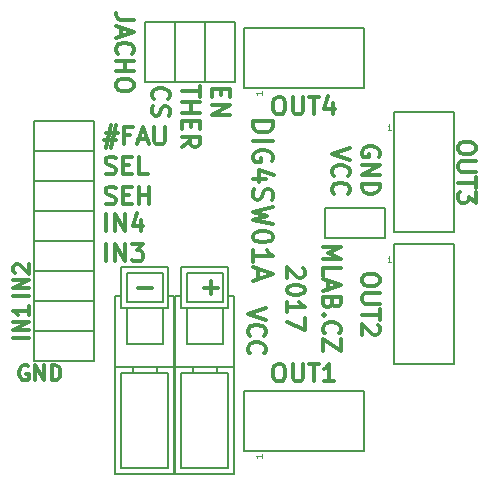
<source format=gbr>
G04 #@! TF.GenerationSoftware,KiCad,Pcbnew,(2017-02-05 revision 431abcf)-makepkg*
G04 #@! TF.CreationDate,2017-06-05T07:30:28+02:00*
G04 #@! TF.ProjectId,DIG4SW01A,4449473453573031412E6B696361645F,rev?*
G04 #@! TF.FileFunction,Legend,Top*
G04 #@! TF.FilePolarity,Positive*
%FSLAX46Y46*%
G04 Gerber Fmt 4.6, Leading zero omitted, Abs format (unit mm)*
G04 Created by KiCad (PCBNEW (2017-02-05 revision 431abcf)-makepkg) date 06/05/17 07:30:28*
%MOMM*%
%LPD*%
G01*
G04 APERTURE LIST*
%ADD10C,1.300000*%
%ADD11C,0.300000*%
%ADD12C,0.150000*%
%ADD13C,0.050000*%
G04 APERTURE END LIST*
D10*
D11*
X2112095Y11908000D02*
X812095Y11908000D01*
X2112095Y12527047D02*
X812095Y12527047D01*
X2112095Y13269904D01*
X812095Y13269904D01*
X2112095Y14569904D02*
X2112095Y13827047D01*
X2112095Y14198476D02*
X812095Y14198476D01*
X997809Y14074666D01*
X1121619Y13950857D01*
X1183523Y13827047D01*
X22157428Y14446000D02*
X20657428Y13946000D01*
X22157428Y13446000D01*
X20800285Y12088857D02*
X20728857Y12160285D01*
X20657428Y12374571D01*
X20657428Y12517428D01*
X20728857Y12731714D01*
X20871714Y12874571D01*
X21014571Y12946000D01*
X21300285Y13017428D01*
X21514571Y13017428D01*
X21800285Y12946000D01*
X21943142Y12874571D01*
X22086000Y12731714D01*
X22157428Y12517428D01*
X22157428Y12374571D01*
X22086000Y12160285D01*
X22014571Y12088857D01*
X20800285Y10588857D02*
X20728857Y10660285D01*
X20657428Y10874571D01*
X20657428Y11017428D01*
X20728857Y11231714D01*
X20871714Y11374571D01*
X21014571Y11446000D01*
X21300285Y11517428D01*
X21514571Y11517428D01*
X21800285Y11446000D01*
X21943142Y11374571D01*
X22086000Y11231714D01*
X22157428Y11017428D01*
X22157428Y10874571D01*
X22086000Y10660285D01*
X22014571Y10588857D01*
X10981428Y38818000D02*
X9910000Y38818000D01*
X9695714Y38889428D01*
X9552857Y39032285D01*
X9481428Y39246571D01*
X9481428Y39389428D01*
X9910000Y38175142D02*
X9910000Y37460857D01*
X9481428Y38318000D02*
X10981428Y37818000D01*
X9481428Y37318000D01*
X9624285Y35960857D02*
X9552857Y36032285D01*
X9481428Y36246571D01*
X9481428Y36389428D01*
X9552857Y36603714D01*
X9695714Y36746571D01*
X9838571Y36818000D01*
X10124285Y36889428D01*
X10338571Y36889428D01*
X10624285Y36818000D01*
X10767142Y36746571D01*
X10910000Y36603714D01*
X10981428Y36389428D01*
X10981428Y36246571D01*
X10910000Y36032285D01*
X10838571Y35960857D01*
X9481428Y35318000D02*
X10981428Y35318000D01*
X10267142Y35318000D02*
X10267142Y34460857D01*
X9481428Y34460857D02*
X10981428Y34460857D01*
X10981428Y33460857D02*
X10981428Y33175142D01*
X10910000Y33032285D01*
X10767142Y32889428D01*
X10481428Y32818000D01*
X9981428Y32818000D01*
X9695714Y32889428D01*
X9552857Y33032285D01*
X9481428Y33175142D01*
X9481428Y33460857D01*
X9552857Y33603714D01*
X9695714Y33746571D01*
X9981428Y33818000D01*
X10481428Y33818000D01*
X10767142Y33746571D01*
X10910000Y33603714D01*
X10981428Y33460857D01*
X25316571Y17811428D02*
X25388000Y17740000D01*
X25459428Y17597142D01*
X25459428Y17240000D01*
X25388000Y17097142D01*
X25316571Y17025714D01*
X25173714Y16954285D01*
X25030857Y16954285D01*
X24816571Y17025714D01*
X23959428Y17882857D01*
X23959428Y16954285D01*
X25459428Y16025714D02*
X25459428Y15882857D01*
X25388000Y15740000D01*
X25316571Y15668571D01*
X25173714Y15597142D01*
X24888000Y15525714D01*
X24530857Y15525714D01*
X24245142Y15597142D01*
X24102285Y15668571D01*
X24030857Y15740000D01*
X23959428Y15882857D01*
X23959428Y16025714D01*
X24030857Y16168571D01*
X24102285Y16240000D01*
X24245142Y16311428D01*
X24530857Y16382857D01*
X24888000Y16382857D01*
X25173714Y16311428D01*
X25316571Y16240000D01*
X25388000Y16168571D01*
X25459428Y16025714D01*
X23959428Y14097142D02*
X23959428Y14954285D01*
X23959428Y14525714D02*
X25459428Y14525714D01*
X25245142Y14668571D01*
X25102285Y14811428D01*
X25030857Y14954285D01*
X25459428Y13597142D02*
X25459428Y12597142D01*
X23959428Y13240000D01*
X27007428Y19561428D02*
X28507428Y19561428D01*
X27436000Y19061428D01*
X28507428Y18561428D01*
X27007428Y18561428D01*
X27007428Y17132857D02*
X27007428Y17847142D01*
X28507428Y17847142D01*
X27436000Y16704285D02*
X27436000Y15990000D01*
X27007428Y16847142D02*
X28507428Y16347142D01*
X27007428Y15847142D01*
X27793142Y14847142D02*
X27721714Y14632857D01*
X27650285Y14561428D01*
X27507428Y14490000D01*
X27293142Y14490000D01*
X27150285Y14561428D01*
X27078857Y14632857D01*
X27007428Y14775714D01*
X27007428Y15347142D01*
X28507428Y15347142D01*
X28507428Y14847142D01*
X28436000Y14704285D01*
X28364571Y14632857D01*
X28221714Y14561428D01*
X28078857Y14561428D01*
X27936000Y14632857D01*
X27864571Y14704285D01*
X27793142Y14847142D01*
X27793142Y15347142D01*
X27150285Y13847142D02*
X27078857Y13775714D01*
X27007428Y13847142D01*
X27078857Y13918571D01*
X27150285Y13847142D01*
X27007428Y13847142D01*
X27150285Y12275714D02*
X27078857Y12347142D01*
X27007428Y12561428D01*
X27007428Y12704285D01*
X27078857Y12918571D01*
X27221714Y13061428D01*
X27364571Y13132857D01*
X27650285Y13204285D01*
X27864571Y13204285D01*
X28150285Y13132857D01*
X28293142Y13061428D01*
X28436000Y12918571D01*
X28507428Y12704285D01*
X28507428Y12561428D01*
X28436000Y12347142D01*
X28364571Y12275714D01*
X28507428Y11775714D02*
X28507428Y10775714D01*
X27007428Y11775714D01*
X27007428Y10775714D01*
X21074952Y30260095D02*
X22774952Y30260095D01*
X22774952Y29855333D01*
X22694000Y29612476D01*
X22532095Y29450571D01*
X22370190Y29369619D01*
X22046380Y29288666D01*
X21803523Y29288666D01*
X21479714Y29369619D01*
X21317809Y29450571D01*
X21155904Y29612476D01*
X21074952Y29855333D01*
X21074952Y30260095D01*
X21074952Y28560095D02*
X22774952Y28560095D01*
X22694000Y26860095D02*
X22774952Y27022000D01*
X22774952Y27264857D01*
X22694000Y27507714D01*
X22532095Y27669619D01*
X22370190Y27750571D01*
X22046380Y27831523D01*
X21803523Y27831523D01*
X21479714Y27750571D01*
X21317809Y27669619D01*
X21155904Y27507714D01*
X21074952Y27264857D01*
X21074952Y27102952D01*
X21155904Y26860095D01*
X21236857Y26779142D01*
X21803523Y26779142D01*
X21803523Y27102952D01*
X22208285Y25322000D02*
X21074952Y25322000D01*
X22855904Y25726761D02*
X21641619Y26131523D01*
X21641619Y25079142D01*
X21155904Y24512476D02*
X21074952Y24269619D01*
X21074952Y23864857D01*
X21155904Y23702952D01*
X21236857Y23622000D01*
X21398761Y23541047D01*
X21560666Y23541047D01*
X21722571Y23622000D01*
X21803523Y23702952D01*
X21884476Y23864857D01*
X21965428Y24188666D01*
X22046380Y24350571D01*
X22127333Y24431523D01*
X22289238Y24512476D01*
X22451142Y24512476D01*
X22613047Y24431523D01*
X22694000Y24350571D01*
X22774952Y24188666D01*
X22774952Y23783904D01*
X22694000Y23541047D01*
X22774952Y22974380D02*
X21074952Y22569619D01*
X22289238Y22245809D01*
X21074952Y21922000D01*
X22774952Y21517238D01*
X22774952Y20545809D02*
X22774952Y20383904D01*
X22694000Y20222000D01*
X22613047Y20141047D01*
X22451142Y20060095D01*
X22127333Y19979142D01*
X21722571Y19979142D01*
X21398761Y20060095D01*
X21236857Y20141047D01*
X21155904Y20222000D01*
X21074952Y20383904D01*
X21074952Y20545809D01*
X21155904Y20707714D01*
X21236857Y20788666D01*
X21398761Y20869619D01*
X21722571Y20950571D01*
X22127333Y20950571D01*
X22451142Y20869619D01*
X22613047Y20788666D01*
X22694000Y20707714D01*
X22774952Y20545809D01*
X21074952Y18360095D02*
X21074952Y19331523D01*
X21074952Y18845809D02*
X22774952Y18845809D01*
X22532095Y19007714D01*
X22370190Y19169619D01*
X22289238Y19331523D01*
X21560666Y17712476D02*
X21560666Y16902952D01*
X21074952Y17874380D02*
X22774952Y17307714D01*
X21074952Y16741047D01*
X18395142Y32975857D02*
X18395142Y32475857D01*
X17609428Y32261571D02*
X17609428Y32975857D01*
X19109428Y32975857D01*
X19109428Y32261571D01*
X17609428Y31618714D02*
X19109428Y31618714D01*
X17609428Y30761571D01*
X19109428Y30761571D01*
X16569428Y33190142D02*
X16569428Y32333000D01*
X15069428Y32761571D02*
X16569428Y32761571D01*
X15069428Y31833000D02*
X16569428Y31833000D01*
X15855142Y31833000D02*
X15855142Y30975857D01*
X15069428Y30975857D02*
X16569428Y30975857D01*
X15855142Y30261571D02*
X15855142Y29761571D01*
X15069428Y29547285D02*
X15069428Y30261571D01*
X16569428Y30261571D01*
X16569428Y29547285D01*
X15069428Y28047285D02*
X15783714Y28547285D01*
X15069428Y28904428D02*
X16569428Y28904428D01*
X16569428Y28333000D01*
X16498000Y28190142D01*
X16426571Y28118714D01*
X16283714Y28047285D01*
X16069428Y28047285D01*
X15926571Y28118714D01*
X15855142Y28190142D01*
X15783714Y28333000D01*
X15783714Y28904428D01*
X12672285Y32118714D02*
X12600857Y32190142D01*
X12529428Y32404428D01*
X12529428Y32547285D01*
X12600857Y32761571D01*
X12743714Y32904428D01*
X12886571Y32975857D01*
X13172285Y33047285D01*
X13386571Y33047285D01*
X13672285Y32975857D01*
X13815142Y32904428D01*
X13958000Y32761571D01*
X14029428Y32547285D01*
X14029428Y32404428D01*
X13958000Y32190142D01*
X13886571Y32118714D01*
X12600857Y31547285D02*
X12529428Y31333000D01*
X12529428Y30975857D01*
X12600857Y30833000D01*
X12672285Y30761571D01*
X12815142Y30690142D01*
X12958000Y30690142D01*
X13100857Y30761571D01*
X13172285Y30833000D01*
X13243714Y30975857D01*
X13315142Y31261571D01*
X13386571Y31404428D01*
X13458000Y31475857D01*
X13600857Y31547285D01*
X13743714Y31547285D01*
X13886571Y31475857D01*
X13958000Y31404428D01*
X14029428Y31261571D01*
X14029428Y30904428D01*
X13958000Y30690142D01*
X2112095Y15464000D02*
X812095Y15464000D01*
X2112095Y16083047D02*
X812095Y16083047D01*
X2112095Y16825904D01*
X812095Y16825904D01*
X935904Y17383047D02*
X874000Y17444952D01*
X812095Y17568761D01*
X812095Y17878285D01*
X874000Y18002095D01*
X935904Y18064000D01*
X1059714Y18125904D01*
X1183523Y18125904D01*
X1369238Y18064000D01*
X2112095Y17321142D01*
X2112095Y18125904D01*
X2057523Y9540000D02*
X1933714Y9601904D01*
X1748000Y9601904D01*
X1562285Y9540000D01*
X1438476Y9416190D01*
X1376571Y9292380D01*
X1314666Y9044761D01*
X1314666Y8859047D01*
X1376571Y8611428D01*
X1438476Y8487619D01*
X1562285Y8363809D01*
X1748000Y8301904D01*
X1871809Y8301904D01*
X2057523Y8363809D01*
X2119428Y8425714D01*
X2119428Y8859047D01*
X1871809Y8859047D01*
X2676571Y8301904D02*
X2676571Y9601904D01*
X3419428Y8301904D01*
X3419428Y9601904D01*
X4038476Y8301904D02*
X4038476Y9601904D01*
X4348000Y9601904D01*
X4533714Y9540000D01*
X4657523Y9416190D01*
X4719428Y9292380D01*
X4781333Y9044761D01*
X4781333Y8859047D01*
X4719428Y8611428D01*
X4657523Y8487619D01*
X4533714Y8363809D01*
X4348000Y8301904D01*
X4038476Y8301904D01*
X8680142Y18371428D02*
X8680142Y19871428D01*
X9394428Y18371428D02*
X9394428Y19871428D01*
X10251571Y18371428D01*
X10251571Y19871428D01*
X10823000Y19871428D02*
X11751571Y19871428D01*
X11251571Y19300000D01*
X11465857Y19300000D01*
X11608714Y19228571D01*
X11680142Y19157142D01*
X11751571Y19014285D01*
X11751571Y18657142D01*
X11680142Y18514285D01*
X11608714Y18442857D01*
X11465857Y18371428D01*
X11037285Y18371428D01*
X10894428Y18442857D01*
X10823000Y18514285D01*
X8680142Y20911428D02*
X8680142Y22411428D01*
X9394428Y20911428D02*
X9394428Y22411428D01*
X10251571Y20911428D01*
X10251571Y22411428D01*
X11608714Y21911428D02*
X11608714Y20911428D01*
X11251571Y22482857D02*
X10894428Y21411428D01*
X11823000Y21411428D01*
X8608714Y23268857D02*
X8823000Y23197428D01*
X9180142Y23197428D01*
X9323000Y23268857D01*
X9394428Y23340285D01*
X9465857Y23483142D01*
X9465857Y23626000D01*
X9394428Y23768857D01*
X9323000Y23840285D01*
X9180142Y23911714D01*
X8894428Y23983142D01*
X8751571Y24054571D01*
X8680142Y24126000D01*
X8608714Y24268857D01*
X8608714Y24411714D01*
X8680142Y24554571D01*
X8751571Y24626000D01*
X8894428Y24697428D01*
X9251571Y24697428D01*
X9465857Y24626000D01*
X10108714Y23983142D02*
X10608714Y23983142D01*
X10823000Y23197428D02*
X10108714Y23197428D01*
X10108714Y24697428D01*
X10823000Y24697428D01*
X11465857Y23197428D02*
X11465857Y24697428D01*
X11465857Y23983142D02*
X12323000Y23983142D01*
X12323000Y23197428D02*
X12323000Y24697428D01*
X8608714Y25808857D02*
X8823000Y25737428D01*
X9180142Y25737428D01*
X9323000Y25808857D01*
X9394428Y25880285D01*
X9465857Y26023142D01*
X9465857Y26166000D01*
X9394428Y26308857D01*
X9323000Y26380285D01*
X9180142Y26451714D01*
X8894428Y26523142D01*
X8751571Y26594571D01*
X8680142Y26666000D01*
X8608714Y26808857D01*
X8608714Y26951714D01*
X8680142Y27094571D01*
X8751571Y27166000D01*
X8894428Y27237428D01*
X9251571Y27237428D01*
X9465857Y27166000D01*
X10108714Y26523142D02*
X10608714Y26523142D01*
X10823000Y25737428D02*
X10108714Y25737428D01*
X10108714Y27237428D01*
X10823000Y27237428D01*
X12180142Y25737428D02*
X11465857Y25737428D01*
X11465857Y27237428D01*
X8608714Y29277428D02*
X9680142Y29277428D01*
X9037285Y29920285D02*
X8608714Y27991714D01*
X9537285Y28634571D02*
X8465857Y28634571D01*
X9108714Y27991714D02*
X9537285Y29920285D01*
X10680142Y29063142D02*
X10180142Y29063142D01*
X10180142Y28277428D02*
X10180142Y29777428D01*
X10894428Y29777428D01*
X11394428Y28706000D02*
X12108714Y28706000D01*
X11251571Y28277428D02*
X11751571Y29777428D01*
X12251571Y28277428D01*
X12751571Y29777428D02*
X12751571Y28563142D01*
X12823000Y28420285D01*
X12894428Y28348857D01*
X13037285Y28277428D01*
X13323000Y28277428D01*
X13465857Y28348857D01*
X13537285Y28420285D01*
X13608714Y28563142D01*
X13608714Y29777428D01*
X31738000Y27245571D02*
X31809428Y27388428D01*
X31809428Y27602714D01*
X31738000Y27817000D01*
X31595142Y27959857D01*
X31452285Y28031285D01*
X31166571Y28102714D01*
X30952285Y28102714D01*
X30666571Y28031285D01*
X30523714Y27959857D01*
X30380857Y27817000D01*
X30309428Y27602714D01*
X30309428Y27459857D01*
X30380857Y27245571D01*
X30452285Y27174142D01*
X30952285Y27174142D01*
X30952285Y27459857D01*
X30309428Y26531285D02*
X31809428Y26531285D01*
X30309428Y25674142D01*
X31809428Y25674142D01*
X30309428Y24959857D02*
X31809428Y24959857D01*
X31809428Y24602714D01*
X31738000Y24388428D01*
X31595142Y24245571D01*
X31452285Y24174142D01*
X31166571Y24102714D01*
X30952285Y24102714D01*
X30666571Y24174142D01*
X30523714Y24245571D01*
X30380857Y24388428D01*
X30309428Y24602714D01*
X30309428Y24959857D01*
X29269428Y27959857D02*
X27769428Y27459857D01*
X29269428Y26959857D01*
X27912285Y25602714D02*
X27840857Y25674142D01*
X27769428Y25888428D01*
X27769428Y26031285D01*
X27840857Y26245571D01*
X27983714Y26388428D01*
X28126571Y26459857D01*
X28412285Y26531285D01*
X28626571Y26531285D01*
X28912285Y26459857D01*
X29055142Y26388428D01*
X29198000Y26245571D01*
X29269428Y26031285D01*
X29269428Y25888428D01*
X29198000Y25674142D01*
X29126571Y25602714D01*
X27912285Y24102714D02*
X27840857Y24174142D01*
X27769428Y24388428D01*
X27769428Y24531285D01*
X27840857Y24745571D01*
X27983714Y24888428D01*
X28126571Y24959857D01*
X28412285Y25031285D01*
X28626571Y25031285D01*
X28912285Y24959857D01*
X29055142Y24888428D01*
X29198000Y24745571D01*
X29269428Y24531285D01*
X29269428Y24388428D01*
X29198000Y24174142D01*
X29126571Y24102714D01*
X23185714Y9711428D02*
X23471428Y9711428D01*
X23614285Y9640000D01*
X23757142Y9497142D01*
X23828571Y9211428D01*
X23828571Y8711428D01*
X23757142Y8425714D01*
X23614285Y8282857D01*
X23471428Y8211428D01*
X23185714Y8211428D01*
X23042857Y8282857D01*
X22900000Y8425714D01*
X22828571Y8711428D01*
X22828571Y9211428D01*
X22900000Y9497142D01*
X23042857Y9640000D01*
X23185714Y9711428D01*
X24471428Y9711428D02*
X24471428Y8497142D01*
X24542857Y8354285D01*
X24614285Y8282857D01*
X24757142Y8211428D01*
X25042857Y8211428D01*
X25185714Y8282857D01*
X25257142Y8354285D01*
X25328571Y8497142D01*
X25328571Y9711428D01*
X25828571Y9711428D02*
X26685714Y9711428D01*
X26257142Y8211428D02*
X26257142Y9711428D01*
X27971428Y8211428D02*
X27114285Y8211428D01*
X27542857Y8211428D02*
X27542857Y9711428D01*
X27400000Y9497142D01*
X27257142Y9354285D01*
X27114285Y9282857D01*
X31809428Y16946285D02*
X31809428Y16660571D01*
X31738000Y16517714D01*
X31595142Y16374857D01*
X31309428Y16303428D01*
X30809428Y16303428D01*
X30523714Y16374857D01*
X30380857Y16517714D01*
X30309428Y16660571D01*
X30309428Y16946285D01*
X30380857Y17089142D01*
X30523714Y17232000D01*
X30809428Y17303428D01*
X31309428Y17303428D01*
X31595142Y17232000D01*
X31738000Y17089142D01*
X31809428Y16946285D01*
X31809428Y15660571D02*
X30595142Y15660571D01*
X30452285Y15589142D01*
X30380857Y15517714D01*
X30309428Y15374857D01*
X30309428Y15089142D01*
X30380857Y14946285D01*
X30452285Y14874857D01*
X30595142Y14803428D01*
X31809428Y14803428D01*
X31809428Y14303428D02*
X31809428Y13446285D01*
X30309428Y13874857D02*
X31809428Y13874857D01*
X31666571Y13017714D02*
X31738000Y12946285D01*
X31809428Y12803428D01*
X31809428Y12446285D01*
X31738000Y12303428D01*
X31666571Y12232000D01*
X31523714Y12160571D01*
X31380857Y12160571D01*
X31166571Y12232000D01*
X30309428Y13089142D01*
X30309428Y12160571D01*
X39937428Y28122285D02*
X39937428Y27836571D01*
X39866000Y27693714D01*
X39723142Y27550857D01*
X39437428Y27479428D01*
X38937428Y27479428D01*
X38651714Y27550857D01*
X38508857Y27693714D01*
X38437428Y27836571D01*
X38437428Y28122285D01*
X38508857Y28265142D01*
X38651714Y28408000D01*
X38937428Y28479428D01*
X39437428Y28479428D01*
X39723142Y28408000D01*
X39866000Y28265142D01*
X39937428Y28122285D01*
X39937428Y26836571D02*
X38723142Y26836571D01*
X38580285Y26765142D01*
X38508857Y26693714D01*
X38437428Y26550857D01*
X38437428Y26265142D01*
X38508857Y26122285D01*
X38580285Y26050857D01*
X38723142Y25979428D01*
X39937428Y25979428D01*
X39937428Y25479428D02*
X39937428Y24622285D01*
X38437428Y25050857D02*
X39937428Y25050857D01*
X39937428Y24265142D02*
X39937428Y23336571D01*
X39366000Y23836571D01*
X39366000Y23622285D01*
X39294571Y23479428D01*
X39223142Y23408000D01*
X39080285Y23336571D01*
X38723142Y23336571D01*
X38580285Y23408000D01*
X38508857Y23479428D01*
X38437428Y23622285D01*
X38437428Y24050857D01*
X38508857Y24193714D01*
X38580285Y24265142D01*
X23185714Y32317428D02*
X23471428Y32317428D01*
X23614285Y32246000D01*
X23757142Y32103142D01*
X23828571Y31817428D01*
X23828571Y31317428D01*
X23757142Y31031714D01*
X23614285Y30888857D01*
X23471428Y30817428D01*
X23185714Y30817428D01*
X23042857Y30888857D01*
X22900000Y31031714D01*
X22828571Y31317428D01*
X22828571Y31817428D01*
X22900000Y32103142D01*
X23042857Y32246000D01*
X23185714Y32317428D01*
X24471428Y32317428D02*
X24471428Y31103142D01*
X24542857Y30960285D01*
X24614285Y30888857D01*
X24757142Y30817428D01*
X25042857Y30817428D01*
X25185714Y30888857D01*
X25257142Y30960285D01*
X25328571Y31103142D01*
X25328571Y32317428D01*
X25828571Y32317428D02*
X26685714Y32317428D01*
X26257142Y30817428D02*
X26257142Y32317428D01*
X27828571Y31817428D02*
X27828571Y30817428D01*
X27471428Y32388857D02*
X27114285Y31317428D01*
X28042857Y31317428D01*
X12509428Y16148857D02*
X11366571Y16148857D01*
X18097428Y16148857D02*
X16954571Y16148857D01*
X17526000Y15577428D02*
X17526000Y16720285D01*
D12*
X14518000Y414000D02*
X14518000Y9414000D01*
X19518000Y9414000D02*
X19518000Y414000D01*
X14518000Y9414000D02*
X14518000Y15414000D01*
X15018000Y913900D02*
X15018000Y8913900D01*
X15518000Y11414000D02*
X15518000Y14414000D01*
X19518000Y9414000D02*
X19518000Y15414000D01*
X19018000Y913900D02*
X19018000Y8913900D01*
X18518000Y11414000D02*
X18518000Y14414000D01*
X15018000Y14414000D02*
X15018000Y17915000D01*
X15518000Y14914100D02*
X15518000Y17414000D01*
X16018000Y8913900D02*
X16018000Y9414000D01*
X19018000Y14414000D02*
X19018000Y17914100D01*
X18518000Y14914100D02*
X18518000Y17414000D01*
X18018000Y8913900D02*
X18018000Y9414000D01*
X19018000Y913900D02*
X15018000Y913900D01*
X15018000Y8913900D02*
X19018000Y8913900D01*
X18518100Y11414000D02*
X15517900Y11414000D01*
X15018000Y14414000D02*
X19018000Y14414000D01*
X15018000Y17914100D02*
X19018000Y17914100D01*
X18519000Y14914100D02*
X15517000Y14914100D01*
X18519000Y17414000D02*
X15517000Y17414000D01*
X19518100Y414000D02*
X14517900Y414000D01*
X19518100Y9414000D02*
X14517900Y9414000D01*
X15018000Y15414000D02*
X14518000Y15414000D01*
X19518000Y15414000D02*
X19018000Y15414000D01*
X14438000Y15414000D02*
X13938000Y15414000D01*
X9938000Y15414000D02*
X9438000Y15414000D01*
X14438100Y9414000D02*
X9437900Y9414000D01*
X14438100Y414000D02*
X9437900Y414000D01*
X13439000Y17414000D02*
X10437000Y17414000D01*
X13439000Y14914100D02*
X10437000Y14914100D01*
X9938000Y17914100D02*
X13938000Y17914100D01*
X9938000Y14414000D02*
X13938000Y14414000D01*
X13438100Y11414000D02*
X10437900Y11414000D01*
X9938000Y8913900D02*
X13938000Y8913900D01*
X13938000Y913900D02*
X9938000Y913900D01*
X12938000Y8913900D02*
X12938000Y9414000D01*
X13438000Y14914100D02*
X13438000Y17414000D01*
X13938000Y14414000D02*
X13938000Y17914100D01*
X10938000Y8913900D02*
X10938000Y9414000D01*
X10438000Y14914100D02*
X10438000Y17414000D01*
X9938000Y14414000D02*
X9938000Y17915000D01*
X13438000Y11414000D02*
X13438000Y14414000D01*
X13938000Y913900D02*
X13938000Y8913900D01*
X14438000Y9414000D02*
X14438000Y15414000D01*
X10438000Y11414000D02*
X10438000Y14414000D01*
X9938000Y913900D02*
X9938000Y8913900D01*
X9438000Y9414000D02*
X9438000Y15414000D01*
X14438000Y9414000D02*
X14438000Y414000D01*
X9438000Y414000D02*
X9438000Y9414000D01*
X2540000Y27686000D02*
X2540000Y30226000D01*
X7620000Y27686000D02*
X2540000Y27686000D01*
X7620000Y30226000D02*
X7620000Y27686000D01*
X2540000Y30226000D02*
X7620000Y30226000D01*
X11938000Y33528000D02*
X11938000Y38608000D01*
X11938000Y38608000D02*
X14478000Y38608000D01*
X14478000Y38608000D02*
X14478000Y33528000D01*
X14478000Y33528000D02*
X11938000Y33528000D01*
X2540000Y14986000D02*
X7620000Y14986000D01*
X7620000Y14986000D02*
X7620000Y12446000D01*
X7620000Y12446000D02*
X2540000Y12446000D01*
X2540000Y12446000D02*
X2540000Y14986000D01*
X2540000Y17526000D02*
X7620000Y17526000D01*
X7620000Y17526000D02*
X7620000Y14986000D01*
X7620000Y14986000D02*
X2540000Y14986000D01*
X2540000Y14986000D02*
X2540000Y17526000D01*
X2540000Y17526000D02*
X2540000Y20066000D01*
X7620000Y17526000D02*
X2540000Y17526000D01*
X7620000Y20066000D02*
X7620000Y17526000D01*
X2540000Y20066000D02*
X7620000Y20066000D01*
X2540000Y22606000D02*
X7620000Y22606000D01*
X7620000Y22606000D02*
X7620000Y20066000D01*
X7620000Y20066000D02*
X2540000Y20066000D01*
X2540000Y20066000D02*
X2540000Y22606000D01*
X2540000Y22606000D02*
X2540000Y25146000D01*
X7620000Y22606000D02*
X2540000Y22606000D01*
X7620000Y25146000D02*
X7620000Y22606000D01*
X2540000Y25146000D02*
X7620000Y25146000D01*
X2540000Y25146000D02*
X2540000Y27686000D01*
X7620000Y25146000D02*
X2540000Y25146000D01*
X7620000Y27686000D02*
X7620000Y25146000D01*
X2540000Y27686000D02*
X7620000Y27686000D01*
X17018000Y33528000D02*
X17018000Y38608000D01*
X17018000Y38608000D02*
X19558000Y38608000D01*
X19558000Y38608000D02*
X19558000Y33528000D01*
X19558000Y33528000D02*
X17018000Y33528000D01*
X17018000Y33528000D02*
X14478000Y33528000D01*
X17018000Y38608000D02*
X17018000Y33528000D01*
X14478000Y38608000D02*
X17018000Y38608000D01*
X14478000Y33528000D02*
X14478000Y38608000D01*
X30480000Y2286000D02*
X20320000Y2286000D01*
X30480000Y7366000D02*
X30480000Y2286000D01*
X20320000Y7366000D02*
X30480000Y7366000D01*
X20320000Y2286000D02*
X20320000Y7366000D01*
X33020000Y19812000D02*
X38100000Y19812000D01*
X38100000Y19812000D02*
X38100000Y9652000D01*
X38100000Y9652000D02*
X33020000Y9652000D01*
X33020000Y9652000D02*
X33020000Y19812000D01*
X33020000Y20828000D02*
X33020000Y30988000D01*
X38100000Y20828000D02*
X33020000Y20828000D01*
X38100000Y30988000D02*
X38100000Y20828000D01*
X33020000Y30988000D02*
X38100000Y30988000D01*
X20320000Y33020000D02*
X20320000Y38100000D01*
X20320000Y38100000D02*
X30480000Y38100000D01*
X30480000Y38100000D02*
X30480000Y33020000D01*
X30480000Y33020000D02*
X20320000Y33020000D01*
X27178000Y20320000D02*
X27178000Y22860000D01*
X27178000Y22860000D02*
X32258000Y22860000D01*
X32258000Y22860000D02*
X32258000Y20320000D01*
X32258000Y20320000D02*
X27178000Y20320000D01*
X2540000Y12446000D02*
X7620000Y12446000D01*
X7620000Y12446000D02*
X7620000Y9906000D01*
X7620000Y9906000D02*
X2540000Y9906000D01*
X2540000Y9906000D02*
X2540000Y12446000D01*
D13*
X21816190Y2047857D02*
X21816190Y1762142D01*
X21816190Y1905000D02*
X21316190Y1905000D01*
X21387619Y1857380D01*
X21435238Y1809761D01*
X21459047Y1762142D01*
X32781857Y18315809D02*
X32496142Y18315809D01*
X32639000Y18315809D02*
X32639000Y18815809D01*
X32591380Y18744380D01*
X32543761Y18696761D01*
X32496142Y18672952D01*
X32781857Y29491809D02*
X32496142Y29491809D01*
X32639000Y29491809D02*
X32639000Y29991809D01*
X32591380Y29920380D01*
X32543761Y29872761D01*
X32496142Y29848952D01*
X21816190Y32781857D02*
X21816190Y32496142D01*
X21816190Y32639000D02*
X21316190Y32639000D01*
X21387619Y32591380D01*
X21435238Y32543761D01*
X21459047Y32496142D01*
M02*

</source>
